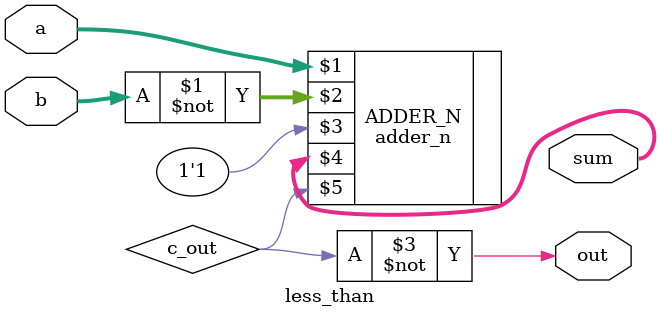
<source format=sv>
module less_than(a, b, sum, out); 

parameter N = 8; //32

input  wire [N-1:0] a, b;
output logic [N-1:0] sum;
logic c_out;
output logic out;

adder_n ADDER_N (a, ~b, 1'b1, sum, c_out); // Subtractor


always_comb begin : subtract
    out = ~c_out;
end

endmodule
// to instantiate
// adder_n #(.N(32)) adder_32bit_a ( port list );

</source>
